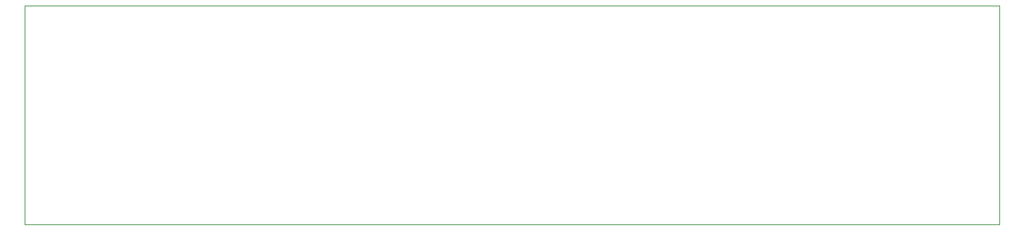
<source format=gm1>
G04 #@! TF.GenerationSoftware,KiCad,Pcbnew,(5.1.8)-1*
G04 #@! TF.CreationDate,2021-04-28T16:49:30+01:00*
G04 #@! TF.ProjectId,Altair buffer,416c7461-6972-4206-9275-666665722e6b,rev?*
G04 #@! TF.SameCoordinates,Original*
G04 #@! TF.FileFunction,Profile,NP*
%FSLAX46Y46*%
G04 Gerber Fmt 4.6, Leading zero omitted, Abs format (unit mm)*
G04 Created by KiCad (PCBNEW (5.1.8)-1) date 2021-04-28 16:49:30*
%MOMM*%
%LPD*%
G01*
G04 APERTURE LIST*
G04 #@! TA.AperFunction,Profile*
%ADD10C,0.050000*%
G04 #@! TD*
G04 APERTURE END LIST*
D10*
X166116000Y-107569000D02*
X48895000Y-107569000D01*
X48895000Y-81153000D02*
X48895000Y-107569000D01*
X166116000Y-81153000D02*
X48895000Y-81153000D01*
X166116000Y-107569000D02*
X166116000Y-81153000D01*
M02*

</source>
